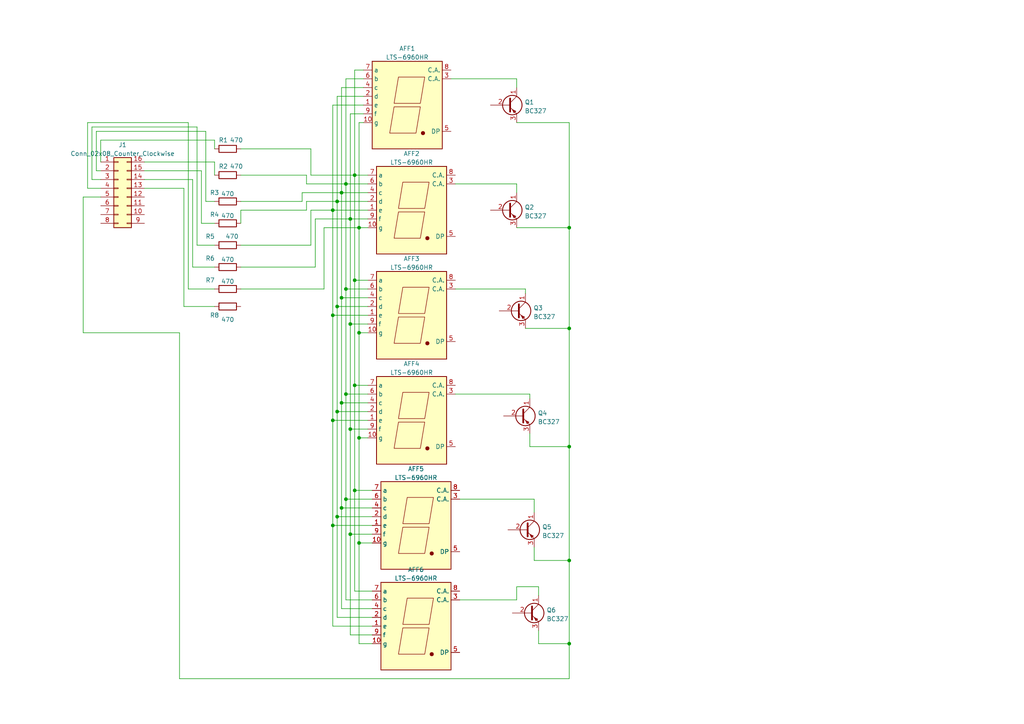
<source format=kicad_sch>
(kicad_sch (version 20211123) (generator eeschema)
  (paper "A4")
  (lib_symbols
    (symbol "Connector_Generic:Conn_02x08_Counter_Clockwise" (pin_names (offset 1.016) hide)
      (property "Reference" "J" (at 1.27 10.16 0))
      (property "Value" "Conn_02x08_Counter_Clockwise" (at 1.27 -12.7 0))
      (symbol "Conn_02x08_Counter_Clockwise_1_1"
        (rectangle (start -1.27 -10.033) (end 0 -10.287) (stroke (width 0.1524)))
        (rectangle (start -1.27 -7.493) (end 0 -7.747) (stroke (width 0.1524)))
        (rectangle (start -1.27 -4.953) (end 0 -5.207) (stroke (width 0.1524)))
        (rectangle (start -1.27 -2.413) (end 0 -2.667) (stroke (width 0.1524)))
        (rectangle (start -1.27 0.127) (end 0 -0.127) (stroke (width 0.1524)))
        (rectangle (start -1.27 2.667) (end 0 2.413) (stroke (width 0.1524)))
        (rectangle (start -1.27 5.207) (end 0 4.953) (stroke (width 0.1524)))
        (rectangle (start -1.27 7.747) (end 0 7.493) (stroke (width 0.1524)))
        (rectangle (start -1.27 8.89) (end 3.81 -11.43) (stroke (width 0.254)) (fill (type background)))
        (rectangle (start 3.81 -10.033) (end 2.54 -10.287) (stroke (width 0.1524)))
        (rectangle (start 3.81 -7.493) (end 2.54 -7.747) (stroke (width 0.1524)))
        (rectangle (start 3.81 -4.953) (end 2.54 -5.207) (stroke (width 0.1524)))
        (rectangle (start 3.81 -2.413) (end 2.54 -2.667) (stroke (width 0.1524)))
        (rectangle (start 3.81 0.127) (end 2.54 -0.127) (stroke (width 0.1524)))
        (rectangle (start 3.81 2.667) (end 2.54 2.413) (stroke (width 0.1524)))
        (rectangle (start 3.81 5.207) (end 2.54 4.953) (stroke (width 0.1524)))
        (rectangle (start 3.81 7.747) (end 2.54 7.493) (stroke (width 0.1524)))
        (pin passive line (at -5.08 7.62 0) (length 3.81) (name "Pin_1") (number "1"))
        (pin passive line (at 7.62 -7.62 180) (length 3.81) (name "Pin_10") (number "10"))
        (pin passive line (at 7.62 -5.08 180) (length 3.81) (name "Pin_11") (number "11"))
        (pin passive line (at 7.62 -2.54 180) (length 3.81) (name "Pin_12") (number "12"))
        (pin passive line (at 7.62 0 180) (length 3.81) (name "Pin_13") (number "13"))
        (pin passive line (at 7.62 2.54 180) (length 3.81) (name "Pin_14") (number "14"))
        (pin passive line (at 7.62 5.08 180) (length 3.81) (name "Pin_15") (number "15"))
        (pin passive line (at 7.62 7.62 180) (length 3.81) (name "Pin_16") (number "16"))
        (pin passive line (at -5.08 5.08 0) (length 3.81) (name "Pin_2") (number "2"))
        (pin passive line (at -5.08 2.54 0) (length 3.81) (name "Pin_3") (number "3"))
        (pin passive line (at -5.08 0 0) (length 3.81) (name "Pin_4") (number "4"))
        (pin passive line (at -5.08 -2.54 0) (length 3.81) (name "Pin_5") (number "5"))
        (pin passive line (at -5.08 -5.08 0) (length 3.81) (name "Pin_6") (number "6"))
        (pin passive line (at -5.08 -7.62 0) (length 3.81) (name "Pin_7") (number "7"))
        (pin passive line (at -5.08 -10.16 0) (length 3.81) (name "Pin_8") (number "8"))
        (pin passive line (at 7.62 -10.16 180) (length 3.81) (name "Pin_9") (number "9"))
      )
    )
    (symbol "Device:R" (pin_numbers hide) (pin_names (offset 0))
      (property "Reference" "R" (at 2.032 0 90))
      (property "Value" "R" (at 0 0 90))
      (symbol "R_0_1"
        (rectangle (start -1.016 -2.54) (end 1.016 2.54) (stroke (width 0.254)))
      )
      (symbol "R_1_1"
        (pin passive line (at 0 3.81 270) (length 1.27) (name "~") (number "1"))
        (pin passive line (at 0 -3.81 90) (length 1.27) (name "~") (number "2"))
      )
    )
    (symbol "Display_Character:LTS-6960HR"
      (property "Reference" "AFF" (at -7.874 13.97 0))
      (property "Value" "LTS-6960HR" (at -2.032 13.97 0))
      (symbol "LTS-6960HR_0_1"
        (rectangle (start -10.16 12.7) (end 10.16 -12.7) (stroke (width 0.254)) (fill (type background)))
        (polyline (pts (xy -3.81 -0.508) (xy 3.81 -0.508) (xy 2.54 -8.128) (xy -5.08 -8.128) (xy -3.81 -0.508) (xy -3.81 -0.508)))
        (polyline (pts (xy -2.54 8.128) (xy 5.08 8.128) (xy 3.81 0.508) (xy -3.81 0.508) (xy -2.54 8.128) (xy -2.54 8.128)))
        (circle (center 4.572 -8.128) (radius 0.508) (fill (type outline)))
      )
      (symbol "LTS-6960HR_1_1"
        (pin passive line (at -12.7 0 0) (length 2.54) (name "e") (number "1"))
        (pin passive line (at -12.7 -5.08 0) (length 2.54) (name "g") (number "10"))
        (pin passive line (at -12.7 2.54 0) (length 2.54) (name "d") (number "2"))
        (pin passive line (at 12.7 7.62 180) (length 2.54) (name "C.A.") (number "3"))
        (pin passive line (at -12.7 5.08 0) (length 2.54) (name "c") (number "4"))
        (pin passive line (at 12.7 -7.62 180) (length 2.54) (name "DP") (number "5"))
        (pin passive line (at -12.7 7.62 0) (length 2.54) (name "b") (number "6"))
        (pin passive line (at -12.7 10.16 0) (length 2.54) (name "a") (number "7"))
        (pin passive line (at 12.7 10.16 180) (length 2.54) (name "C.A.") (number "8"))
        (pin passive line (at -12.7 -2.54 0) (length 2.54) (name "f") (number "9"))
      )
    )
    (symbol "Transistor_BJT:BC327" (pin_names (offset 0) hide)
      (property "Reference" "Q" (at 5.08 1.905 0))
      (property "Value" "BC327" (at 5.08 0 0))
      (symbol "BC327_0_1"
        (polyline (pts (xy 0.635 0.635) (xy 2.54 2.54)))
        (polyline (pts (xy 0.635 -0.635) (xy 2.54 -2.54) (xy 2.54 -2.54)))
        (polyline (pts (xy 0.635 1.905) (xy 0.635 -1.905) (xy 0.635 -1.905)) (stroke (width 0.508)))
        (polyline (pts (xy 2.286 -1.778) (xy 1.778 -2.286) (xy 1.27 -1.27) (xy 2.286 -1.778) (xy 2.286 -1.778)) (fill (type outline)))
        (circle (center 1.27 0) (radius 2.8194) (stroke (width 0.254)))
      )
      (symbol "BC327_1_1"
        (pin passive line (at 2.54 5.08 270) (length 2.54) (name "C") (number "1"))
        (pin input line (at -5.08 0 0) (length 5.715) (name "B") (number "2"))
        (pin passive line (at 2.54 -5.08 90) (length 2.54) (name "E") (number "3"))
      )
    )
  )
  (junction (at 100.33 83.82))
  (junction (at 102.87 142.24))
  (junction (at 102.87 111.76))
  (junction (at 101.6 124.46))
  (junction (at 96.52 60.96))
  (junction (at 97.79 58.42))
  (junction (at 97.79 149.86))
  (junction (at 96.52 152.4))
  (junction (at 99.06 55.88))
  (junction (at 165.1 129.54))
  (junction (at 104.14 157.48))
  (junction (at 101.6 154.94))
  (junction (at 100.33 53.34))
  (junction (at 101.6 93.98))
  (junction (at 99.06 86.36))
  (junction (at 102.87 81.28))
  (junction (at 99.06 147.32))
  (junction (at 165.1 162.56))
  (junction (at 97.79 119.38))
  (junction (at 99.06 116.84))
  (junction (at 165.1 66.04))
  (junction (at 104.14 96.52))
  (junction (at 100.33 144.78))
  (junction (at 101.6 63.5))
  (junction (at 96.52 121.92))
  (junction (at 97.79 88.9))
  (junction (at 165.1 186.69))
  (junction (at 96.52 91.44))
  (junction (at 165.1 95.25))
  (junction (at 102.87 50.8))
  (junction (at 104.14 127))
  (junction (at 104.14 66.04))
  (junction (at 100.33 114.3))
  (wire (pts (xy 52.07 196.85) (xy 52.07 96.52)))
  (wire (pts (xy 100.33 83.82) (xy 100.33 114.3)))
  (wire (pts (xy 91.44 77.47) (xy 69.85 77.47)))
  (wire (pts (xy 133.35 144.78) (xy 154.94 144.78)))
  (wire (pts (xy 104.14 66.04) (xy 106.68 66.04)))
  (wire (pts (xy 69.85 43.18) (xy 90.17 43.18)))
  (wire (pts (xy 100.33 83.82) (xy 106.68 83.82)))
  (wire (pts (xy 104.14 66.04) (xy 93.98 66.04)))
  (wire (pts (xy 54.61 35.56) (xy 54.61 83.82)))
  (wire (pts (xy 101.6 184.15) (xy 101.6 154.94)))
  (wire (pts (xy 106.68 93.98) (xy 101.6 93.98)))
  (wire (pts (xy 156.21 182.88) (xy 156.21 186.69)))
  (wire (pts (xy 101.6 154.94) (xy 101.6 124.46)))
  (wire (pts (xy 106.68 91.44) (xy 96.52 91.44)))
  (wire (pts (xy 104.14 127) (xy 106.68 127)))
  (wire (pts (xy 62.23 40.64) (xy 62.23 43.18)))
  (wire (pts (xy 165.1 162.56) (xy 165.1 186.69)))
  (wire (pts (xy 152.4 83.82) (xy 152.4 85.09)))
  (wire (pts (xy 99.06 116.84) (xy 106.68 116.84)))
  (wire (pts (xy 102.87 111.76) (xy 102.87 142.24)))
  (wire (pts (xy 102.87 111.76) (xy 106.68 111.76)))
  (wire (pts (xy 55.88 52.07) (xy 55.88 77.47)))
  (wire (pts (xy 101.6 124.46) (xy 106.68 124.46)))
  (wire (pts (xy 97.79 179.07) (xy 107.95 179.07)))
  (wire (pts (xy 99.06 176.53) (xy 99.06 147.32)))
  (wire (pts (xy 96.52 60.96) (xy 96.52 91.44)))
  (wire (pts (xy 25.4 54.61) (xy 25.4 35.56)))
  (wire (pts (xy 100.33 144.78) (xy 107.95 144.78)))
  (wire (pts (xy 130.81 22.86) (xy 149.86 22.86)))
  (wire (pts (xy 100.33 144.78) (xy 100.33 173.99)))
  (wire (pts (xy 59.69 58.42) (xy 62.23 58.42)))
  (wire (pts (xy 104.14 96.52) (xy 106.68 96.52)))
  (wire (pts (xy 88.9 58.42) (xy 88.9 60.96)))
  (wire (pts (xy 99.06 86.36) (xy 99.06 55.88)))
  (wire (pts (xy 97.79 119.38) (xy 106.68 119.38)))
  (wire (pts (xy 152.4 95.25) (xy 165.1 95.25)))
  (wire (pts (xy 102.87 142.24) (xy 107.95 142.24)))
  (wire (pts (xy 24.13 96.52) (xy 24.13 57.15)))
  (wire (pts (xy 105.41 30.48) (xy 96.52 30.48)))
  (wire (pts (xy 96.52 181.61) (xy 107.95 181.61)))
  (wire (pts (xy 93.98 66.04) (xy 93.98 83.82)))
  (wire (pts (xy 59.69 38.1) (xy 59.69 58.42)))
  (wire (pts (xy 102.87 142.24) (xy 102.87 171.45)))
  (wire (pts (xy 54.61 83.82) (xy 62.23 83.82)))
  (wire (pts (xy 55.88 77.47) (xy 62.23 77.47)))
  (wire (pts (xy 133.35 173.99) (xy 149.86 173.99)))
  (wire (pts (xy 154.94 162.56) (xy 165.1 162.56)))
  (wire (pts (xy 100.33 53.34) (xy 106.68 53.34)))
  (wire (pts (xy 165.1 186.69) (xy 165.1 196.85)))
  (wire (pts (xy 104.14 35.56) (xy 105.41 35.56)))
  (wire (pts (xy 149.86 170.18) (xy 156.21 170.18)))
  (wire (pts (xy 132.08 114.3) (xy 153.67 114.3)))
  (wire (pts (xy 101.6 63.5) (xy 101.6 33.02)))
  (wire (pts (xy 101.6 154.94) (xy 107.95 154.94)))
  (wire (pts (xy 88.9 53.34) (xy 100.33 53.34)))
  (wire (pts (xy 154.94 158.75) (xy 154.94 162.56)))
  (wire (pts (xy 52.07 96.52) (xy 24.13 96.52)))
  (wire (pts (xy 149.86 173.99) (xy 149.86 170.18)))
  (wire (pts (xy 87.63 55.88) (xy 99.06 55.88)))
  (wire (pts (xy 165.1 66.04) (xy 165.1 95.25)))
  (wire (pts (xy 96.52 30.48) (xy 96.52 60.96)))
  (wire (pts (xy 96.52 121.92) (xy 96.52 152.4)))
  (wire (pts (xy 97.79 88.9) (xy 106.68 88.9)))
  (wire (pts (xy 107.95 184.15) (xy 101.6 184.15)))
  (wire (pts (xy 29.21 54.61) (xy 25.4 54.61)))
  (wire (pts (xy 102.87 81.28) (xy 102.87 111.76)))
  (wire (pts (xy 165.1 35.56) (xy 165.1 66.04)))
  (wire (pts (xy 107.95 186.69) (xy 104.14 186.69)))
  (wire (pts (xy 149.86 35.56) (xy 165.1 35.56)))
  (wire (pts (xy 107.95 152.4) (xy 96.52 152.4)))
  (wire (pts (xy 97.79 58.42) (xy 106.68 58.42)))
  (wire (pts (xy 41.91 46.99) (xy 62.23 46.99)))
  (wire (pts (xy 96.52 91.44) (xy 96.52 121.92)))
  (wire (pts (xy 97.79 149.86) (xy 97.79 179.07)))
  (wire (pts (xy 104.14 96.52) (xy 104.14 66.04)))
  (wire (pts (xy 97.79 149.86) (xy 107.95 149.86)))
  (wire (pts (xy 58.42 64.77) (xy 62.23 64.77)))
  (wire (pts (xy 99.06 25.4) (xy 105.41 25.4)))
  (wire (pts (xy 69.85 60.96) (xy 69.85 64.77)))
  (wire (pts (xy 96.52 152.4) (xy 96.52 181.61)))
  (wire (pts (xy 29.21 52.07) (xy 26.67 52.07)))
  (wire (pts (xy 29.21 46.99) (xy 29.21 40.64)))
  (wire (pts (xy 104.14 127) (xy 104.14 96.52)))
  (wire (pts (xy 156.21 186.69) (xy 165.1 186.69)))
  (wire (pts (xy 156.21 170.18) (xy 156.21 172.72)))
  (wire (pts (xy 91.44 63.5) (xy 91.44 77.47)))
  (wire (pts (xy 102.87 81.28) (xy 106.68 81.28)))
  (wire (pts (xy 104.14 66.04) (xy 104.14 35.56)))
  (wire (pts (xy 149.86 53.34) (xy 149.86 55.88)))
  (wire (pts (xy 27.94 49.53) (xy 27.94 38.1)))
  (wire (pts (xy 153.67 125.73) (xy 153.67 129.54)))
  (wire (pts (xy 101.6 124.46) (xy 101.6 93.98)))
  (wire (pts (xy 69.85 58.42) (xy 87.63 58.42)))
  (wire (pts (xy 99.06 147.32) (xy 99.06 116.84)))
  (wire (pts (xy 53.34 54.61) (xy 53.34 88.9)))
  (wire (pts (xy 93.98 83.82) (xy 69.85 83.82)))
  (wire (pts (xy 41.91 52.07) (xy 55.88 52.07)))
  (wire (pts (xy 100.33 22.86) (xy 100.33 53.34)))
  (wire (pts (xy 104.14 157.48) (xy 104.14 127)))
  (wire (pts (xy 132.08 83.82) (xy 152.4 83.82)))
  (wire (pts (xy 57.15 36.83) (xy 57.15 71.12)))
  (wire (pts (xy 87.63 58.42) (xy 87.63 55.88)))
  (wire (pts (xy 132.08 53.34) (xy 149.86 53.34)))
  (wire (pts (xy 27.94 38.1) (xy 59.69 38.1)))
  (wire (pts (xy 102.87 50.8) (xy 106.68 50.8)))
  (wire (pts (xy 90.17 71.12) (xy 69.85 71.12)))
  (wire (pts (xy 106.68 60.96) (xy 96.52 60.96)))
  (wire (pts (xy 97.79 58.42) (xy 97.79 88.9)))
  (wire (pts (xy 153.67 129.54) (xy 165.1 129.54)))
  (wire (pts (xy 101.6 63.5) (xy 91.44 63.5)))
  (wire (pts (xy 149.86 22.86) (xy 149.86 25.4)))
  (wire (pts (xy 165.1 196.85) (xy 52.07 196.85)))
  (wire (pts (xy 104.14 186.69) (xy 104.14 157.48)))
  (wire (pts (xy 41.91 54.61) (xy 53.34 54.61)))
  (wire (pts (xy 58.42 49.53) (xy 58.42 64.77)))
  (wire (pts (xy 102.87 171.45) (xy 107.95 171.45)))
  (wire (pts (xy 97.79 58.42) (xy 88.9 58.42)))
  (wire (pts (xy 69.85 50.8) (xy 88.9 50.8)))
  (wire (pts (xy 105.41 22.86) (xy 100.33 22.86)))
  (wire (pts (xy 100.33 114.3) (xy 106.68 114.3)))
  (wire (pts (xy 100.33 53.34) (xy 100.33 83.82)))
  (wire (pts (xy 96.52 60.96) (xy 90.17 60.96)))
  (wire (pts (xy 100.33 173.99) (xy 107.95 173.99)))
  (wire (pts (xy 26.67 36.83) (xy 57.15 36.83)))
  (wire (pts (xy 102.87 50.8) (xy 102.87 81.28)))
  (wire (pts (xy 101.6 63.5) (xy 106.68 63.5)))
  (wire (pts (xy 41.91 49.53) (xy 58.42 49.53)))
  (wire (pts (xy 97.79 119.38) (xy 97.79 149.86)))
  (wire (pts (xy 57.15 71.12) (xy 62.23 71.12)))
  (wire (pts (xy 99.06 86.36) (xy 106.68 86.36)))
  (wire (pts (xy 154.94 144.78) (xy 154.94 148.59)))
  (wire (pts (xy 102.87 20.32) (xy 102.87 50.8)))
  (wire (pts (xy 99.06 116.84) (xy 99.06 86.36)))
  (wire (pts (xy 106.68 121.92) (xy 96.52 121.92)))
  (wire (pts (xy 99.06 147.32) (xy 107.95 147.32)))
  (wire (pts (xy 99.06 55.88) (xy 99.06 25.4)))
  (wire (pts (xy 107.95 176.53) (xy 99.06 176.53)))
  (wire (pts (xy 99.06 55.88) (xy 106.68 55.88)))
  (wire (pts (xy 62.23 46.99) (xy 62.23 50.8)))
  (wire (pts (xy 97.79 88.9) (xy 97.79 119.38)))
  (wire (pts (xy 104.14 157.48) (xy 107.95 157.48)))
  (wire (pts (xy 29.21 49.53) (xy 27.94 49.53)))
  (wire (pts (xy 26.67 52.07) (xy 26.67 36.83)))
  (wire (pts (xy 165.1 95.25) (xy 165.1 129.54)))
  (wire (pts (xy 24.13 57.15) (xy 29.21 57.15)))
  (wire (pts (xy 101.6 93.98) (xy 101.6 63.5)))
  (wire (pts (xy 88.9 50.8) (xy 88.9 53.34)))
  (wire (pts (xy 97.79 27.94) (xy 97.79 58.42)))
  (wire (pts (xy 153.67 114.3) (xy 153.67 115.57)))
  (wire (pts (xy 90.17 50.8) (xy 102.87 50.8)))
  (wire (pts (xy 105.41 20.32) (xy 102.87 20.32)))
  (wire (pts (xy 101.6 33.02) (xy 105.41 33.02)))
  (wire (pts (xy 53.34 88.9) (xy 62.23 88.9)))
  (wire (pts (xy 29.21 40.64) (xy 62.23 40.64)))
  (wire (pts (xy 149.86 66.04) (xy 165.1 66.04)))
  (wire (pts (xy 90.17 43.18) (xy 90.17 50.8)))
  (wire (pts (xy 25.4 35.56) (xy 54.61 35.56)))
  (wire (pts (xy 105.41 27.94) (xy 97.79 27.94)))
  (wire (pts (xy 100.33 114.3) (xy 100.33 144.78)))
  (wire (pts (xy 90.17 60.96) (xy 90.17 71.12)))
  (wire (pts (xy 88.9 60.96) (xy 69.85 60.96)))
  (wire (pts (xy 165.1 129.54) (xy 165.1 162.56)))
  (symbol (lib_id "Device:R") (at 66.04 71.12 90) (unit 1)
    (property "Reference" "R5" (at 60.96 68.58 90))
    (property "Value" "470" (at 67.31 68.58 90))
  )
  (symbol (lib_id "Display_Character:LTS-6960HR") (at 120.65 152.4 0) (unit 1)
    (property "Reference" "AFF5" (at 120.65 136.0002 0))
    (property "Value" "LTS-6960HR" (at 120.65 138.5371 0))
    (property "Footprint" "Display_7Segment:7SegmentLED_LTS6760_LTS6780" (effects hide))
    (property "Datasheet" "https://datasheet.octopart.com/LTS-6960HR-Lite-On-datasheet-11803242.pdf" (effects hide))
  )
  (symbol (lib_id "Device:R") (at 66.04 58.42 90) (unit 1)
    (property "Reference" "R3" (at 62.23 55.88 90))
    (property "Value" "470" (at 66.04 56.2411 90))
  )
  (symbol (lib_id "Transistor_BJT:BC327") (at 153.67 177.8 0) (unit 1)
    (property "Reference" "Q6" (at 158.5214 176.9653 0) (effects (justify left)))
    (property "Value" "BC327" (at 158.5214 179.5022 0) (effects (justify left)))
    (property "Footprint" "Package_TO_SOT_THT:TO-92_Inline" (effects hide))
    (property "Datasheet" "http://www.onsemi.com/pub_link/Collateral/BC327-D.PDF" (effects hide))
  )
  (symbol (lib_id "Display_Character:LTS-6960HR") (at 119.38 60.96 0) (unit 1)
    (property "Reference" "AFF2" (at 119.38 44.5602 0))
    (property "Value" "LTS-6960HR" (at 119.38 47.0971 0))
    (property "Footprint" "Display_7Segment:7SegmentLED_LTS6760_LTS6780" (effects hide))
    (property "Datasheet" "https://datasheet.octopart.com/LTS-6960HR-Lite-On-datasheet-11803242.pdf" (effects hide))
  )
  (symbol (lib_id "Device:R") (at 66.04 83.82 90) (unit 1)
    (property "Reference" "R7" (at 60.96 81.28 90))
    (property "Value" "470" (at 66.04 81.6411 90))
  )
  (symbol (lib_id "Transistor_BJT:BC327") (at 152.4 153.67 0) (unit 1)
    (property "Reference" "Q5" (at 157.2514 152.8353 0) (effects (justify left)))
    (property "Value" "BC327" (at 157.2514 155.3722 0) (effects (justify left)))
    (property "Footprint" "Package_TO_SOT_THT:TO-92_Inline" (effects hide))
    (property "Datasheet" "http://www.onsemi.com/pub_link/Collateral/BC327-D.PDF" (effects hide))
  )
  (symbol (lib_id "Display_Character:LTS-6960HR") (at 120.65 181.61 0) (unit 1)
    (property "Reference" "AFF6" (at 120.65 165.2102 0))
    (property "Value" "LTS-6960HR" (at 120.65 167.7471 0))
    (property "Footprint" "Display_7Segment:7SegmentLED_LTS6760_LTS6780" (effects hide))
    (property "Datasheet" "https://datasheet.octopart.com/LTS-6960HR-Lite-On-datasheet-11803242.pdf" (effects hide))
  )
  (symbol (lib_id "Device:R") (at 66.04 50.8 90) (unit 1)
    (property "Reference" "R2" (at 64.77 48.26 90))
    (property "Value" "470" (at 68.58 48.26 90))
  )
  (symbol (lib_id "Connector_Generic:Conn_02x08_Counter_Clockwise") (at 34.29 54.61 0) (unit 1)
    (property "Reference" "J1" (at 35.56 42.0202 0))
    (property "Value" "Conn_02x08_Counter_Clockwise" (at 35.56 44.5571 0))
  )
  (symbol (lib_id "Device:R") (at 66.04 43.18 90) (unit 1)
    (property "Reference" "R1" (at 64.77 40.64 90))
    (property "Value" "470" (at 68.58 40.64 90))
  )
  (symbol (lib_id "Transistor_BJT:BC327") (at 147.32 60.96 0) (unit 1)
    (property "Reference" "Q2" (at 152.1714 60.1253 0) (effects (justify left)))
    (property "Value" "BC327" (at 152.1714 62.6622 0) (effects (justify left)))
    (property "Footprint" "Package_TO_SOT_THT:TO-92_Inline" (effects hide))
    (property "Datasheet" "http://www.onsemi.com/pub_link/Collateral/BC327-D.PDF" (effects hide))
  )
  (symbol (lib_id "Display_Character:LTS-6960HR") (at 119.38 91.44 0) (unit 1)
    (property "Reference" "AFF3" (at 119.38 75.0402 0))
    (property "Value" "LTS-6960HR" (at 119.38 77.5771 0))
    (property "Footprint" "Display_7Segment:7SegmentLED_LTS6760_LTS6780" (effects hide))
    (property "Datasheet" "https://datasheet.octopart.com/LTS-6960HR-Lite-On-datasheet-11803242.pdf" (effects hide))
  )
  (symbol (lib_id "Device:R") (at 66.04 88.9 90) (unit 1)
    (property "Reference" "R8" (at 62.23 91.44 90))
    (property "Value" "470" (at 66.04 92.71 90))
  )
  (symbol (lib_id "Device:R") (at 66.04 77.47 90) (unit 1)
    (property "Reference" "R6" (at 60.96 74.93 90))
    (property "Value" "470" (at 66.04 75.2911 90))
  )
  (symbol (lib_id "Transistor_BJT:BC327") (at 147.32 30.48 0) (unit 1)
    (property "Reference" "Q1" (at 152.1714 29.6453 0) (effects (justify left)))
    (property "Value" "BC327" (at 152.1714 32.1822 0) (effects (justify left)))
    (property "Footprint" "Package_TO_SOT_THT:TO-92_Inline" (effects hide))
    (property "Datasheet" "http://www.onsemi.com/pub_link/Collateral/BC327-D.PDF" (effects hide))
  )
  (symbol (lib_id "Device:R") (at 66.04 64.77 90) (unit 1)
    (property "Reference" "R4" (at 62.23 62.23 90))
    (property "Value" "470" (at 66.04 62.5911 90))
  )
  (symbol (lib_id "Display_Character:LTS-6960HR") (at 118.11 30.48 0) (unit 1)
    (property "Reference" "AFF1" (at 118.11 14.0802 0))
    (property "Value" "LTS-6960HR" (at 118.11 16.6171 0))
    (property "Footprint" "Display_7Segment:7SegmentLED_LTS6760_LTS6780" (effects hide))
    (property "Datasheet" "https://datasheet.octopart.com/LTS-6960HR-Lite-On-datasheet-11803242.pdf" (effects hide))
  )
  (symbol (lib_id "Transistor_BJT:BC327") (at 149.86 90.17 0) (unit 1)
    (property "Reference" "Q3" (at 154.7114 89.3353 0) (effects (justify left)))
    (property "Value" "BC327" (at 154.7114 91.8722 0) (effects (justify left)))
    (property "Footprint" "Package_TO_SOT_THT:TO-92_Inline" (effects hide))
    (property "Datasheet" "http://www.onsemi.com/pub_link/Collateral/BC327-D.PDF" (effects hide))
  )
  (symbol (lib_id "Display_Character:LTS-6960HR") (at 119.38 121.92 0) (unit 1)
    (property "Reference" "AFF4" (at 119.38 105.5202 0))
    (property "Value" "LTS-6960HR" (at 119.38 108.0571 0))
    (property "Footprint" "Display_7Segment:7SegmentLED_LTS6760_LTS6780" (effects hide))
    (property "Datasheet" "https://datasheet.octopart.com/LTS-6960HR-Lite-On-datasheet-11803242.pdf" (effects hide))
  )
  (symbol (lib_id "Transistor_BJT:BC327") (at 151.13 120.65 0) (unit 1)
    (property "Reference" "Q4" (at 155.9814 119.8153 0) (effects (justify left)))
    (property "Value" "BC327" (at 155.9814 122.3522 0) (effects (justify left)))
    (property "Footprint" "Package_TO_SOT_THT:TO-92_Inline" (effects hide))
    (property "Datasheet" "http://www.onsemi.com/pub_link/Collateral/BC327-D.PDF" (effects hide))
  )
)
</source>
